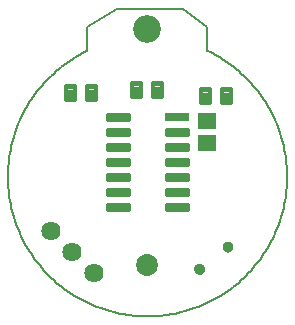
<source format=gbs>
G75*
%MOIN*%
%OFA0B0*%
%FSLAX25Y25*%
%IPPOS*%
%LPD*%
%AMOC8*
5,1,8,0,0,1.08239X$1,22.5*
%
%ADD10C,0.00600*%
%ADD11C,0.00000*%
%ADD12C,0.03600*%
%ADD13C,0.09258*%
%ADD14C,0.07309*%
%ADD15R,0.08077X0.02723*%
%ADD16C,0.01552*%
%ADD17C,0.01408*%
%ADD18R,0.06306X0.05518*%
%ADD19C,0.06400*%
D10*
X0061300Y0123300D02*
X0060276Y0122797D01*
X0059265Y0122269D01*
X0058267Y0121717D01*
X0057283Y0121140D01*
X0056314Y0120539D01*
X0055359Y0119915D01*
X0054420Y0119267D01*
X0053498Y0118597D01*
X0052591Y0117904D01*
X0051703Y0117189D01*
X0050832Y0116453D01*
X0049979Y0115695D01*
X0049145Y0114917D01*
X0048331Y0114118D01*
X0047536Y0113300D01*
X0046761Y0112463D01*
X0046008Y0111606D01*
X0045275Y0110732D01*
X0044565Y0109840D01*
X0043876Y0108931D01*
X0043210Y0108005D01*
X0042567Y0107063D01*
X0041947Y0106106D01*
X0041350Y0105133D01*
X0040778Y0104147D01*
X0040230Y0103146D01*
X0039707Y0102133D01*
X0039208Y0101107D01*
X0038735Y0100069D01*
X0038288Y0099020D01*
X0037867Y0097960D01*
X0037471Y0096890D01*
X0037102Y0095811D01*
X0036760Y0094723D01*
X0036444Y0093627D01*
X0036155Y0092523D01*
X0035894Y0091413D01*
X0035659Y0090297D01*
X0035452Y0089175D01*
X0035273Y0088049D01*
X0035122Y0086918D01*
X0034998Y0085784D01*
X0034902Y0084648D01*
X0034833Y0083509D01*
X0034793Y0082369D01*
X0034781Y0081229D01*
X0034797Y0080088D01*
X0034840Y0078948D01*
X0034912Y0077810D01*
X0035012Y0076674D01*
X0035139Y0075540D01*
X0035294Y0074410D01*
X0035477Y0073285D01*
X0035687Y0072163D01*
X0035925Y0071048D01*
X0036190Y0069938D01*
X0036482Y0068836D01*
X0036801Y0067741D01*
X0037147Y0066654D01*
X0037519Y0065576D01*
X0037918Y0064507D01*
X0038343Y0063449D01*
X0038793Y0062401D01*
X0039269Y0061364D01*
X0039771Y0060340D01*
X0040297Y0059328D01*
X0040848Y0058329D01*
X0041423Y0057344D01*
X0042023Y0056374D01*
X0042646Y0055418D01*
X0043292Y0054478D01*
X0043961Y0053555D01*
X0044652Y0052648D01*
X0045366Y0051758D01*
X0046101Y0050886D01*
X0046857Y0050032D01*
X0047634Y0049197D01*
X0048431Y0048381D01*
X0049248Y0047585D01*
X0050085Y0046809D01*
X0050940Y0046054D01*
X0051813Y0045321D01*
X0052704Y0044608D01*
X0053612Y0043918D01*
X0054537Y0043251D01*
X0055478Y0042606D01*
X0056434Y0041985D01*
X0057405Y0041387D01*
X0058391Y0040813D01*
X0059391Y0040263D01*
X0060403Y0039739D01*
X0061429Y0039239D01*
X0062466Y0038764D01*
X0063514Y0038315D01*
X0064574Y0037892D01*
X0065643Y0037495D01*
X0066722Y0037124D01*
X0067809Y0036780D01*
X0068905Y0036463D01*
X0070008Y0036172D01*
X0071117Y0035909D01*
X0072233Y0035673D01*
X0073355Y0035465D01*
X0074481Y0035284D01*
X0075611Y0035130D01*
X0076745Y0035005D01*
X0077881Y0034907D01*
X0079020Y0034837D01*
X0080159Y0034795D01*
X0081300Y0034781D01*
X0082441Y0034795D01*
X0083580Y0034837D01*
X0084719Y0034907D01*
X0085855Y0035005D01*
X0086989Y0035130D01*
X0088119Y0035284D01*
X0089245Y0035465D01*
X0090367Y0035673D01*
X0091483Y0035909D01*
X0092592Y0036172D01*
X0093695Y0036463D01*
X0094791Y0036780D01*
X0095878Y0037124D01*
X0096957Y0037495D01*
X0098026Y0037892D01*
X0099086Y0038315D01*
X0100134Y0038764D01*
X0101171Y0039239D01*
X0102197Y0039739D01*
X0103209Y0040263D01*
X0104209Y0040813D01*
X0105195Y0041387D01*
X0106166Y0041985D01*
X0107122Y0042606D01*
X0108063Y0043251D01*
X0108988Y0043918D01*
X0109896Y0044608D01*
X0110787Y0045321D01*
X0111660Y0046054D01*
X0112515Y0046809D01*
X0113352Y0047585D01*
X0114169Y0048381D01*
X0114966Y0049197D01*
X0115743Y0050032D01*
X0116499Y0050886D01*
X0117234Y0051758D01*
X0117948Y0052648D01*
X0118639Y0053555D01*
X0119308Y0054478D01*
X0119954Y0055418D01*
X0120577Y0056374D01*
X0121177Y0057344D01*
X0121752Y0058329D01*
X0122303Y0059328D01*
X0122829Y0060340D01*
X0123331Y0061364D01*
X0123807Y0062401D01*
X0124257Y0063449D01*
X0124682Y0064507D01*
X0125081Y0065576D01*
X0125453Y0066654D01*
X0125799Y0067741D01*
X0126118Y0068836D01*
X0126410Y0069938D01*
X0126675Y0071048D01*
X0126913Y0072163D01*
X0127123Y0073285D01*
X0127306Y0074410D01*
X0127461Y0075540D01*
X0127588Y0076674D01*
X0127688Y0077810D01*
X0127760Y0078948D01*
X0127803Y0080088D01*
X0127819Y0081229D01*
X0127807Y0082369D01*
X0127767Y0083509D01*
X0127698Y0084648D01*
X0127602Y0085784D01*
X0127478Y0086918D01*
X0127327Y0088049D01*
X0127148Y0089175D01*
X0126941Y0090297D01*
X0126706Y0091413D01*
X0126445Y0092523D01*
X0126156Y0093627D01*
X0125840Y0094723D01*
X0125498Y0095811D01*
X0125129Y0096890D01*
X0124733Y0097960D01*
X0124312Y0099020D01*
X0123865Y0100069D01*
X0123392Y0101107D01*
X0122893Y0102133D01*
X0122370Y0103146D01*
X0121822Y0104147D01*
X0121250Y0105133D01*
X0120653Y0106106D01*
X0120033Y0107063D01*
X0119390Y0108005D01*
X0118724Y0108931D01*
X0118035Y0109840D01*
X0117325Y0110732D01*
X0116592Y0111606D01*
X0115839Y0112463D01*
X0115064Y0113300D01*
X0114269Y0114118D01*
X0113455Y0114917D01*
X0112621Y0115695D01*
X0111768Y0116453D01*
X0110897Y0117189D01*
X0110009Y0117904D01*
X0109102Y0118597D01*
X0108180Y0119267D01*
X0107241Y0119915D01*
X0106286Y0120539D01*
X0105317Y0121140D01*
X0104333Y0121717D01*
X0103335Y0122269D01*
X0102324Y0122797D01*
X0101300Y0123300D01*
X0101300Y0131300D01*
X0093300Y0137300D01*
X0071300Y0137300D01*
X0061300Y0131300D01*
X0061300Y0123300D01*
D11*
X0106428Y0057994D02*
X0106430Y0058074D01*
X0106436Y0058153D01*
X0106446Y0058232D01*
X0106460Y0058311D01*
X0106477Y0058389D01*
X0106499Y0058466D01*
X0106524Y0058541D01*
X0106554Y0058615D01*
X0106586Y0058688D01*
X0106623Y0058759D01*
X0106663Y0058828D01*
X0106706Y0058895D01*
X0106753Y0058960D01*
X0106802Y0059022D01*
X0106855Y0059082D01*
X0106911Y0059139D01*
X0106969Y0059194D01*
X0107030Y0059245D01*
X0107094Y0059293D01*
X0107160Y0059338D01*
X0107228Y0059380D01*
X0107298Y0059418D01*
X0107370Y0059452D01*
X0107443Y0059483D01*
X0107518Y0059511D01*
X0107595Y0059534D01*
X0107672Y0059554D01*
X0107750Y0059570D01*
X0107829Y0059582D01*
X0107908Y0059590D01*
X0107988Y0059594D01*
X0108068Y0059594D01*
X0108148Y0059590D01*
X0108227Y0059582D01*
X0108306Y0059570D01*
X0108384Y0059554D01*
X0108461Y0059534D01*
X0108538Y0059511D01*
X0108613Y0059483D01*
X0108686Y0059452D01*
X0108758Y0059418D01*
X0108828Y0059380D01*
X0108896Y0059338D01*
X0108962Y0059293D01*
X0109026Y0059245D01*
X0109087Y0059194D01*
X0109145Y0059139D01*
X0109201Y0059082D01*
X0109254Y0059022D01*
X0109303Y0058960D01*
X0109350Y0058895D01*
X0109393Y0058828D01*
X0109433Y0058759D01*
X0109470Y0058688D01*
X0109502Y0058615D01*
X0109532Y0058541D01*
X0109557Y0058466D01*
X0109579Y0058389D01*
X0109596Y0058311D01*
X0109610Y0058232D01*
X0109620Y0058153D01*
X0109626Y0058074D01*
X0109628Y0057994D01*
X0109626Y0057914D01*
X0109620Y0057835D01*
X0109610Y0057756D01*
X0109596Y0057677D01*
X0109579Y0057599D01*
X0109557Y0057522D01*
X0109532Y0057447D01*
X0109502Y0057373D01*
X0109470Y0057300D01*
X0109433Y0057229D01*
X0109393Y0057160D01*
X0109350Y0057093D01*
X0109303Y0057028D01*
X0109254Y0056966D01*
X0109201Y0056906D01*
X0109145Y0056849D01*
X0109087Y0056794D01*
X0109026Y0056743D01*
X0108962Y0056695D01*
X0108896Y0056650D01*
X0108828Y0056608D01*
X0108758Y0056570D01*
X0108686Y0056536D01*
X0108613Y0056505D01*
X0108538Y0056477D01*
X0108461Y0056454D01*
X0108384Y0056434D01*
X0108306Y0056418D01*
X0108227Y0056406D01*
X0108148Y0056398D01*
X0108068Y0056394D01*
X0107988Y0056394D01*
X0107908Y0056398D01*
X0107829Y0056406D01*
X0107750Y0056418D01*
X0107672Y0056434D01*
X0107595Y0056454D01*
X0107518Y0056477D01*
X0107443Y0056505D01*
X0107370Y0056536D01*
X0107298Y0056570D01*
X0107228Y0056608D01*
X0107160Y0056650D01*
X0107094Y0056695D01*
X0107030Y0056743D01*
X0106969Y0056794D01*
X0106911Y0056849D01*
X0106855Y0056906D01*
X0106802Y0056966D01*
X0106753Y0057028D01*
X0106706Y0057093D01*
X0106663Y0057160D01*
X0106623Y0057229D01*
X0106586Y0057300D01*
X0106554Y0057373D01*
X0106524Y0057447D01*
X0106499Y0057522D01*
X0106477Y0057599D01*
X0106460Y0057677D01*
X0106446Y0057756D01*
X0106436Y0057835D01*
X0106430Y0057914D01*
X0106428Y0057994D01*
X0096972Y0050606D02*
X0096974Y0050686D01*
X0096980Y0050765D01*
X0096990Y0050844D01*
X0097004Y0050923D01*
X0097021Y0051001D01*
X0097043Y0051078D01*
X0097068Y0051153D01*
X0097098Y0051227D01*
X0097130Y0051300D01*
X0097167Y0051371D01*
X0097207Y0051440D01*
X0097250Y0051507D01*
X0097297Y0051572D01*
X0097346Y0051634D01*
X0097399Y0051694D01*
X0097455Y0051751D01*
X0097513Y0051806D01*
X0097574Y0051857D01*
X0097638Y0051905D01*
X0097704Y0051950D01*
X0097772Y0051992D01*
X0097842Y0052030D01*
X0097914Y0052064D01*
X0097987Y0052095D01*
X0098062Y0052123D01*
X0098139Y0052146D01*
X0098216Y0052166D01*
X0098294Y0052182D01*
X0098373Y0052194D01*
X0098452Y0052202D01*
X0098532Y0052206D01*
X0098612Y0052206D01*
X0098692Y0052202D01*
X0098771Y0052194D01*
X0098850Y0052182D01*
X0098928Y0052166D01*
X0099005Y0052146D01*
X0099082Y0052123D01*
X0099157Y0052095D01*
X0099230Y0052064D01*
X0099302Y0052030D01*
X0099372Y0051992D01*
X0099440Y0051950D01*
X0099506Y0051905D01*
X0099570Y0051857D01*
X0099631Y0051806D01*
X0099689Y0051751D01*
X0099745Y0051694D01*
X0099798Y0051634D01*
X0099847Y0051572D01*
X0099894Y0051507D01*
X0099937Y0051440D01*
X0099977Y0051371D01*
X0100014Y0051300D01*
X0100046Y0051227D01*
X0100076Y0051153D01*
X0100101Y0051078D01*
X0100123Y0051001D01*
X0100140Y0050923D01*
X0100154Y0050844D01*
X0100164Y0050765D01*
X0100170Y0050686D01*
X0100172Y0050606D01*
X0100170Y0050526D01*
X0100164Y0050447D01*
X0100154Y0050368D01*
X0100140Y0050289D01*
X0100123Y0050211D01*
X0100101Y0050134D01*
X0100076Y0050059D01*
X0100046Y0049985D01*
X0100014Y0049912D01*
X0099977Y0049841D01*
X0099937Y0049772D01*
X0099894Y0049705D01*
X0099847Y0049640D01*
X0099798Y0049578D01*
X0099745Y0049518D01*
X0099689Y0049461D01*
X0099631Y0049406D01*
X0099570Y0049355D01*
X0099506Y0049307D01*
X0099440Y0049262D01*
X0099372Y0049220D01*
X0099302Y0049182D01*
X0099230Y0049148D01*
X0099157Y0049117D01*
X0099082Y0049089D01*
X0099005Y0049066D01*
X0098928Y0049046D01*
X0098850Y0049030D01*
X0098771Y0049018D01*
X0098692Y0049010D01*
X0098612Y0049006D01*
X0098532Y0049006D01*
X0098452Y0049010D01*
X0098373Y0049018D01*
X0098294Y0049030D01*
X0098216Y0049046D01*
X0098139Y0049066D01*
X0098062Y0049089D01*
X0097987Y0049117D01*
X0097914Y0049148D01*
X0097842Y0049182D01*
X0097772Y0049220D01*
X0097704Y0049262D01*
X0097638Y0049307D01*
X0097574Y0049355D01*
X0097513Y0049406D01*
X0097455Y0049461D01*
X0097399Y0049518D01*
X0097346Y0049578D01*
X0097297Y0049640D01*
X0097250Y0049705D01*
X0097207Y0049772D01*
X0097167Y0049841D01*
X0097130Y0049912D01*
X0097098Y0049985D01*
X0097068Y0050059D01*
X0097043Y0050134D01*
X0097021Y0050211D01*
X0097004Y0050289D01*
X0096990Y0050368D01*
X0096980Y0050447D01*
X0096974Y0050526D01*
X0096972Y0050606D01*
D12*
X0098572Y0050606D03*
X0108028Y0057994D03*
D13*
X0081300Y0130670D03*
D14*
X0081300Y0051930D03*
D15*
X0091064Y0101300D03*
D16*
X0087802Y0096885D02*
X0094326Y0096885D01*
X0094326Y0095715D01*
X0087802Y0095715D01*
X0087802Y0096885D01*
X0087802Y0091885D02*
X0094326Y0091885D01*
X0094326Y0090715D01*
X0087802Y0090715D01*
X0087802Y0091885D01*
X0087802Y0086885D02*
X0094326Y0086885D01*
X0094326Y0085715D01*
X0087802Y0085715D01*
X0087802Y0086885D01*
X0087802Y0081885D02*
X0094326Y0081885D01*
X0094326Y0080715D01*
X0087802Y0080715D01*
X0087802Y0081885D01*
X0087802Y0076885D02*
X0094326Y0076885D01*
X0094326Y0075715D01*
X0087802Y0075715D01*
X0087802Y0076885D01*
X0087802Y0071885D02*
X0094326Y0071885D01*
X0094326Y0070715D01*
X0087802Y0070715D01*
X0087802Y0071885D01*
X0074798Y0071885D02*
X0068274Y0071885D01*
X0074798Y0071885D02*
X0074798Y0070715D01*
X0068274Y0070715D01*
X0068274Y0071885D01*
X0068274Y0076885D02*
X0074798Y0076885D01*
X0074798Y0075715D01*
X0068274Y0075715D01*
X0068274Y0076885D01*
X0068274Y0081885D02*
X0074798Y0081885D01*
X0074798Y0080715D01*
X0068274Y0080715D01*
X0068274Y0081885D01*
X0068274Y0086885D02*
X0074798Y0086885D01*
X0074798Y0085715D01*
X0068274Y0085715D01*
X0068274Y0086885D01*
X0068274Y0091885D02*
X0074798Y0091885D01*
X0074798Y0090715D01*
X0068274Y0090715D01*
X0068274Y0091885D01*
X0068274Y0096885D02*
X0074798Y0096885D01*
X0074798Y0095715D01*
X0068274Y0095715D01*
X0068274Y0096885D01*
X0068274Y0101885D02*
X0074798Y0101885D01*
X0074798Y0100715D01*
X0068274Y0100715D01*
X0068274Y0101885D01*
D17*
X0064296Y0111546D02*
X0061304Y0111546D01*
X0064296Y0111546D02*
X0064296Y0107054D01*
X0061304Y0107054D01*
X0061304Y0111546D01*
X0061304Y0108392D02*
X0064296Y0108392D01*
X0064296Y0109730D02*
X0061304Y0109730D01*
X0061304Y0111068D02*
X0064296Y0111068D01*
X0057296Y0111546D02*
X0054304Y0111546D01*
X0057296Y0111546D02*
X0057296Y0107054D01*
X0054304Y0107054D01*
X0054304Y0111546D01*
X0054304Y0108392D02*
X0057296Y0108392D01*
X0057296Y0109730D02*
X0054304Y0109730D01*
X0054304Y0111068D02*
X0057296Y0111068D01*
X0076304Y0112546D02*
X0079296Y0112546D01*
X0079296Y0108054D01*
X0076304Y0108054D01*
X0076304Y0112546D01*
X0076304Y0109392D02*
X0079296Y0109392D01*
X0079296Y0110730D02*
X0076304Y0110730D01*
X0076304Y0112068D02*
X0079296Y0112068D01*
X0083304Y0112546D02*
X0086296Y0112546D01*
X0086296Y0108054D01*
X0083304Y0108054D01*
X0083304Y0112546D01*
X0083304Y0109392D02*
X0086296Y0109392D01*
X0086296Y0110730D02*
X0083304Y0110730D01*
X0083304Y0112068D02*
X0086296Y0112068D01*
X0099304Y0110546D02*
X0102296Y0110546D01*
X0102296Y0106054D01*
X0099304Y0106054D01*
X0099304Y0110546D01*
X0099304Y0107392D02*
X0102296Y0107392D01*
X0102296Y0108730D02*
X0099304Y0108730D01*
X0099304Y0110068D02*
X0102296Y0110068D01*
X0106304Y0110546D02*
X0109296Y0110546D01*
X0109296Y0106054D01*
X0106304Y0106054D01*
X0106304Y0110546D01*
X0106304Y0107392D02*
X0109296Y0107392D01*
X0109296Y0108730D02*
X0106304Y0108730D01*
X0106304Y0110068D02*
X0109296Y0110068D01*
D18*
X0101300Y0100040D03*
X0101300Y0092560D03*
D19*
X0056300Y0056300D03*
X0049229Y0063371D03*
X0063371Y0049229D03*
M02*

</source>
